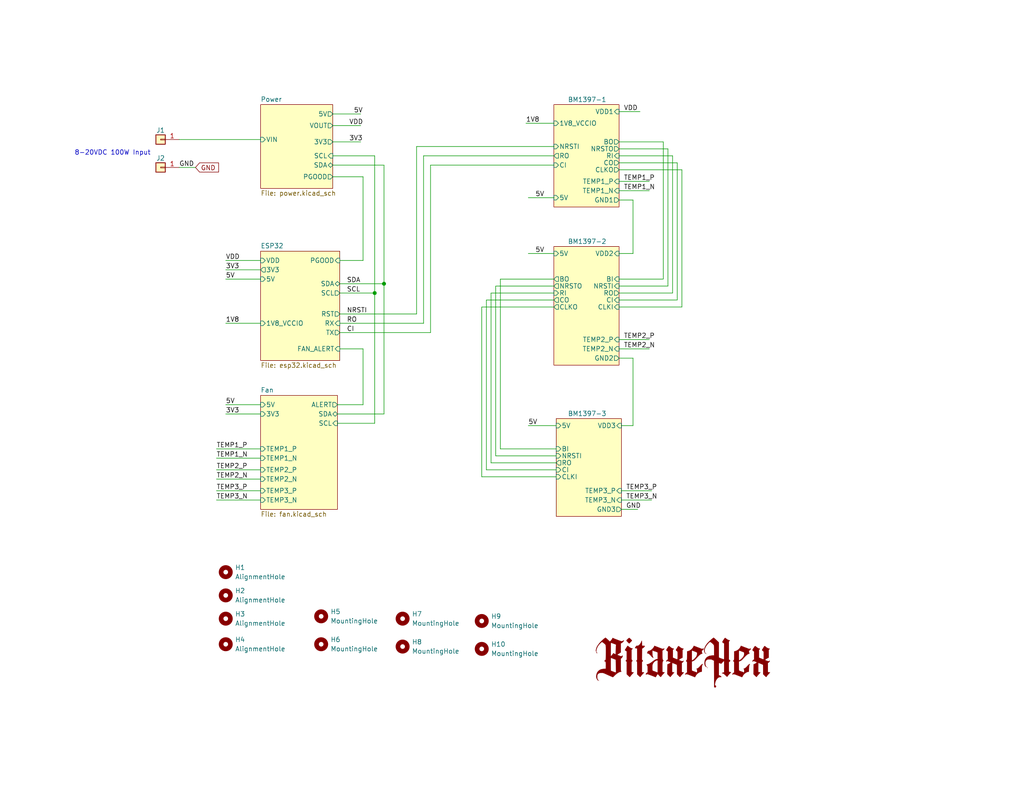
<source format=kicad_sch>
(kicad_sch (version 20230121) (generator eeschema)
  (paper "A")
  (title_block (title "bitaxeHex") (date "2023-06-11") (rev "1"))
  (lib_symbols
    (symbol "Bitaxe:LOGO" (pin_names (offset 1.016)))
    (symbol "Connector_Generic:Conn_01x01" (pin_names (offset 1.016) hide)
      (property "Reference" "J" (at 0 2.54 0))
      (property "Value" "Conn_01x01" (at 0 -2.54 0))
      (symbol "Conn_01x01_1_1"
        (pin passive line (at -5.08 0 0) (length 3.81) (name "Pin_1") (number "1"))
      )
    )
    (symbol "Mechanical:MountingHole" (pin_names (offset 1.016))
      (property "Reference" "H" (at 0 5.08 0))
      (property "Value" "MountingHole" (at 0 3.175 0))
    )
  )
  (junction (at 102.235 80.01))
  (junction (at 104.775 77.47))
  (wire (pts (xy 115.57 42.545) (xy 151.13 42.545)))
  (wire (pts (xy 136.525 122.555) (xy 136.525 76.2)))
  (wire (pts (xy 184.785 44.45) (xy 184.785 81.915)))
  (wire (pts (xy 59.055 128.27) (xy 71.12 128.27)))
  (wire (pts (xy 151.13 78.105) (xy 135.255 78.105)))
  (wire (pts (xy 115.57 42.545) (xy 115.57 88.265)))
  (wire (pts (xy 61.595 71.12) (xy 71.12 71.12)))
  (wire (pts (xy 61.595 88.265) (xy 71.12 88.265)))
  (wire (pts (xy 92.71 80.01) (xy 102.235 80.01)))
  (wire (pts (xy 117.475 45.085) (xy 151.13 45.085)))
  (wire (pts (xy 168.91 46.355) (xy 186.055 46.355)))
  (wire (pts (xy 104.775 45.085) (xy 104.775 77.47)))
  (wire (pts (xy 172.72 69.215) (xy 168.91 69.215)))
  (wire (pts (xy 59.055 136.525) (xy 71.12 136.525)))
  (wire (pts (xy 144.145 116.205) (xy 151.765 116.205)))
  (wire (pts (xy 144.145 69.215) (xy 151.13 69.215)))
  (wire (pts (xy 151.765 122.555) (xy 136.525 122.555)))
  (wire (pts (xy 117.475 90.805) (xy 92.71 90.805)))
  (wire (pts (xy 99.06 95.25) (xy 92.71 95.25)))
  (wire (pts (xy 90.805 31.115) (xy 98.425 31.115)))
  (wire (pts (xy 168.91 42.545) (xy 183.515 42.545)))
  (wire (pts (xy 48.895 45.72) (xy 53.34 45.72)))
  (wire (pts (xy 102.235 42.545) (xy 90.805 42.545)))
  (wire (pts (xy 59.055 133.985) (xy 71.12 133.985)))
  (wire (pts (xy 183.515 42.545) (xy 183.515 80.01)))
  (wire (pts (xy 143.51 33.655) (xy 151.13 33.655)))
  (wire (pts (xy 144.145 53.975) (xy 151.13 53.975)))
  (wire (pts (xy 61.595 113.03) (xy 71.12 113.03)))
  (wire (pts (xy 168.91 49.53) (xy 177.165 49.53)))
  (wire (pts (xy 168.91 54.61) (xy 172.72 54.61)))
  (wire (pts (xy 168.91 97.79) (xy 172.72 97.79)))
  (wire (pts (xy 117.475 45.085) (xy 117.475 90.805)))
  (wire (pts (xy 104.775 45.085) (xy 90.805 45.085)))
  (wire (pts (xy 151.13 83.82) (xy 131.445 83.82)))
  (wire (pts (xy 99.06 48.26) (xy 99.06 71.12)))
  (wire (pts (xy 131.445 83.82) (xy 131.445 130.175)))
  (wire (pts (xy 168.91 95.25) (xy 177.165 95.25)))
  (wire (pts (xy 133.985 126.365) (xy 151.765 126.365)))
  (wire (pts (xy 133.985 80.01) (xy 151.13 80.01)))
  (wire (pts (xy 168.91 38.735) (xy 180.975 38.735)))
  (wire (pts (xy 168.91 92.71) (xy 177.165 92.71)))
  (wire (pts (xy 180.975 76.2) (xy 168.91 76.2)))
  (wire (pts (xy 113.665 40.005) (xy 151.13 40.005)))
  (wire (pts (xy 90.805 48.26) (xy 99.06 48.26)))
  (wire (pts (xy 99.06 71.12) (xy 92.71 71.12)))
  (wire (pts (xy 168.91 44.45) (xy 184.785 44.45)))
  (wire (pts (xy 168.91 30.48) (xy 174.625 30.48)))
  (wire (pts (xy 59.055 122.555) (xy 71.12 122.555)))
  (wire (pts (xy 131.445 130.175) (xy 151.765 130.175)))
  (wire (pts (xy 168.91 52.07) (xy 177.165 52.07)))
  (wire (pts (xy 186.055 46.355) (xy 186.055 83.82)))
  (wire (pts (xy 169.545 136.525) (xy 177.8 136.525)))
  (wire (pts (xy 186.055 83.82) (xy 168.91 83.82)))
  (wire (pts (xy 180.975 38.735) (xy 180.975 76.2)))
  (wire (pts (xy 169.545 139.065) (xy 173.99 139.065)))
  (wire (pts (xy 102.235 80.01) (xy 102.235 115.57)))
  (wire (pts (xy 169.545 133.985) (xy 177.8 133.985)))
  (wire (pts (xy 135.255 78.105) (xy 135.255 124.46)))
  (wire (pts (xy 182.245 40.64) (xy 168.91 40.64)))
  (wire (pts (xy 135.255 124.46) (xy 151.765 124.46)))
  (wire (pts (xy 92.71 77.47) (xy 104.775 77.47)))
  (wire (pts (xy 182.245 78.105) (xy 182.245 40.64)))
  (wire (pts (xy 132.715 128.27) (xy 132.715 81.915)))
  (wire (pts (xy 59.055 130.81) (xy 71.12 130.81)))
  (wire (pts (xy 61.595 73.66) (xy 71.12 73.66)))
  (wire (pts (xy 90.805 34.29) (xy 98.425 34.29)))
  (wire (pts (xy 133.985 80.01) (xy 133.985 126.365)))
  (wire (pts (xy 102.235 42.545) (xy 102.235 80.01)))
  (wire (pts (xy 183.515 80.01) (xy 168.91 80.01)))
  (wire (pts (xy 172.72 54.61) (xy 172.72 69.215)))
  (wire (pts (xy 59.055 125.095) (xy 71.12 125.095)))
  (wire (pts (xy 99.06 110.49) (xy 99.06 95.25)))
  (wire (pts (xy 132.715 81.915) (xy 151.13 81.915)))
  (wire (pts (xy 104.775 113.03) (xy 104.775 77.47)))
  (wire (pts (xy 115.57 88.265) (xy 92.71 88.265)))
  (wire (pts (xy 151.765 128.27) (xy 132.715 128.27)))
  (wire (pts (xy 172.72 116.205) (xy 169.545 116.205)))
  (wire (pts (xy 61.595 110.49) (xy 71.12 110.49)))
  (wire (pts (xy 172.72 97.79) (xy 172.72 116.205)))
  (wire (pts (xy 113.665 85.725) (xy 92.71 85.725)))
  (wire (pts (xy 184.785 81.915) (xy 168.91 81.915)))
  (wire (pts (xy 136.525 76.2) (xy 151.13 76.2)))
  (wire (pts (xy 61.595 76.2) (xy 71.12 76.2)))
  (wire (pts (xy 92.075 110.49) (xy 99.06 110.49)))
  (wire (pts (xy 92.075 115.57) (xy 102.235 115.57)))
  (wire (pts (xy 168.91 78.105) (xy 182.245 78.105)))
  (wire (pts (xy 90.805 38.735) (xy 98.425 38.735)))
  (wire (pts (xy 113.665 40.005) (xy 113.665 85.725)))
  (wire (pts (xy 92.075 113.03) (xy 104.775 113.03)))
  (wire (pts (xy 48.895 38.1) (xy 71.12 38.1)))
  (text "8-20VDC 100W Input" (at 20.32 42.545 0) (effects (font (size 1.27 1.27)) (justify left bottom)))
  (label "TEMP3_P" (at 59.055 133.985 0))
  (label "5V" (at 146.05 53.975 0))
  (label "VDD" (at 61.595 71.12 0))
  (label "TEMP3_N" (at 59.055 136.525 0))
  (label "TEMP1_P" (at 170.18 49.53 0))
  (label "1V8" (at 61.595 88.265 0))
  (label "TEMP2_N" (at 59.055 130.81 0))
  (label "5V" (at 96.52 31.115 0))
  (label "5V" (at 146.05 69.215 0))
  (label "5V" (at 61.595 110.49 0))
  (label "TEMP2_P" (at 59.055 128.27 0))
  (label "GND" (at 170.815 139.065 0))
  (label "SDA" (at 94.615 77.47 0))
  (label "TEMP2_P" (at 170.18 92.71 0))
  (label "TEMP3_P" (at 170.815 133.985 0))
  (label "CI" (at 94.615 90.805 0))
  (label "VDD" (at 170.18 30.48 0))
  (label "NRSTI" (at 94.615 85.725 0))
  (label "TEMP2_N" (at 170.18 95.25 0))
  (label "3V3" (at 95.25 38.735 0))
  (label "3V3" (at 61.595 73.66 0))
  (label "TEMP1_N" (at 170.18 52.07 0))
  (label "SCL" (at 94.615 80.01 0))
  (label "5V" (at 61.595 76.2 0))
  (label "1V8" (at 143.51 33.655 0))
  (label "3V3" (at 61.595 113.03 0))
  (label "5V" (at 144.145 116.205 0))
  (label "GND" (at 48.895 45.72 0))
  (label "TEMP1_N" (at 59.055 125.095 0))
  (label "RO" (at 94.615 88.265 0))
  (label "TEMP1_P" (at 59.055 122.555 0))
  (label "VDD" (at 95.25 34.29 0))
  (label "TEMP3_N" (at 170.815 136.525 0))
  (global_label "GND" (shape input) (at 53.34 45.72 0) (property "Intersheetrefs" "${INTERSHEET_REFS}" (effects hide)))
  (symbol (lib_id "Connector_Generic:Conn_01x01") (at 43.815 38.1 180) (unit 1)
    (property "Reference" "J1" (at 43.815 35.56 0))
    (property "Value" "Conn_01x01" (effects hide))
    (property "Footprint" "TPS40305_supply:63862-1" (effects hide))
    (property "Datasheet" "https://www.te.com/commerce/DocumentDelivery/DDEController?Action=srchrtrv&DocNm=63862&DocType=Customer+Drawing&DocLang=English" (effects hide))
    (property "DK" "A100886CT-ND" (effects hide))
    (property "PARTNO" "63862-1" (effects hide))
  )
  (symbol (lib_id "Mechanical:MountingHole") (at 61.595 168.91 0) (unit 1) (in_bom no)
    (property "Reference" "H3" (at 64.135 167.6399 0) (effects (justify left)))
    (property "Value" "AlignmentHole" (at 64.135 170.1799 0) (effects (justify left)))
    (property "Footprint" "MountingHole:MountingHole_2.2mm_M2" (effects hide))
    (property "PARTNO" "https://www.amazon.com/dp/B07MDFS1YS" (effects hide))
  )
  (symbol (lib_id "Mechanical:MountingHole") (at 109.855 168.91 0) (unit 1) (in_bom no)
    (property "Reference" "H7" (at 112.395 167.6399 0) (effects (justify left)))
    (property "Value" "MountingHole" (at 112.395 170.1799 0) (effects (justify left)))
    (property "Footprint" "MountingHole:MountingHole_3.5mm" (effects hide))
  )
  (symbol (lib_id "Mechanical:MountingHole") (at 131.445 177.165 0) (unit 1) (in_bom no)
    (property "Reference" "H10" (at 133.985 175.8949 0) (effects (justify left)))
    (property "Value" "MountingHole" (at 133.985 178.4349 0) (effects (justify left)))
    (property "Footprint" "MountingHole:MountingHole_3.5mm" (effects hide))
  )
  (symbol (lib_id "Mechanical:MountingHole") (at 109.855 176.53 0) (unit 1) (in_bom no)
    (property "Reference" "H8" (at 112.395 175.2599 0) (effects (justify left)))
    (property "Value" "MountingHole" (at 112.395 177.7999 0) (effects (justify left)))
    (property "Footprint" "MountingHole:MountingHole_3.5mm" (effects hide))
  )
  (symbol (lib_id "Bitaxe:LOGO") (at 186.055 180.975 0) (unit 1)
    (property "Reference" "#G1" (effects hide))
    (property "Value" "LOGO" (effects hide))
  )
  (symbol (lib_id "Mechanical:MountingHole") (at 61.595 162.56 0) (unit 1) (in_bom no)
    (property "Reference" "H2" (at 64.135 161.2899 0) (effects (justify left)))
    (property "Value" "AlignmentHole" (at 64.135 163.8299 0) (effects (justify left)))
    (property "Footprint" "MountingHole:MountingHole_2.2mm_M2" (effects hide))
    (property "PARTNO" "https://www.amazon.com/dp/B07MDFS1YS" (effects hide))
  )
  (symbol (lib_id "Connector_Generic:Conn_01x01") (at 43.815 45.72 180) (unit 1)
    (property "Reference" "J2" (at 43.815 43.18 0))
    (property "Value" "Conn_01x01" (effects hide))
    (property "Footprint" "TPS40305_supply:63862-1" (effects hide))
    (property "Datasheet" "https://www.te.com/commerce/DocumentDelivery/DDEController?Action=srchrtrv&DocNm=63862&DocType=Customer+Drawing&DocLang=English" (effects hide))
    (property "DK" "A100886CT-ND" (effects hide))
    (property "PARTNO" "63862-1" (effects hide))
  )
  (symbol (lib_id "Mechanical:MountingHole") (at 61.595 156.21 0) (unit 1) (in_bom no)
    (property "Reference" "H1" (at 64.135 154.9399 0) (effects (justify left)))
    (property "Value" "AlignmentHole" (at 64.135 157.4799 0) (effects (justify left)))
    (property "Footprint" "MountingHole:MountingHole_2.2mm_M2" (effects hide))
    (property "PARTNO" "https://www.amazon.com/dp/B07MDFS1YS" (effects hide))
  )
  (symbol (lib_id "Mechanical:MountingHole") (at 87.63 175.895 0) (unit 1) (in_bom no)
    (property "Reference" "H6" (at 90.17 174.6249 0) (effects (justify left)))
    (property "Value" "MountingHole" (at 90.17 177.1649 0) (effects (justify left)))
    (property "Footprint" "MountingHole:MountingHole_3.5mm" (effects hide))
  )
  (symbol (lib_id "Mechanical:MountingHole") (at 87.63 168.275 0) (unit 1) (in_bom no)
    (property "Reference" "H5" (at 90.17 167.0049 0) (effects (justify left)))
    (property "Value" "MountingHole" (at 90.17 169.5449 0) (effects (justify left)))
    (property "Footprint" "MountingHole:MountingHole_3.5mm" (effects hide))
  )
  (symbol (lib_id "Mechanical:MountingHole") (at 131.445 169.545 0) (unit 1) (in_bom no)
    (property "Reference" "H9" (at 133.985 168.2749 0) (effects (justify left)))
    (property "Value" "MountingHole" (at 133.985 170.8149 0) (effects (justify left)))
    (property "Footprint" "MountingHole:MountingHole_3.5mm" (effects hide))
  )
  (symbol (lib_id "Mechanical:MountingHole") (at 61.595 175.895 0) (unit 1) (in_bom no)
    (property "Reference" "H4" (at 64.135 174.6249 0) (effects (justify left)))
    (property "Value" "AlignmentHole" (at 64.135 177.1649 0) (effects (justify left)))
    (property "Footprint" "MountingHole:MountingHole_2.2mm_M2" (effects hide))
    (property "PARTNO" "https://www.amazon.com/dp/B07MDFS1YS" (effects hide))
  )
  (sheet (at 151.13 28.575) (size 17.78 27.94) (stroke (width 0.1524)) (fill (color 255 255 194 1.0000))
    (property "Sheetname" "BM1397-1" (at 154.94 27.94 0) (effects (justify left bottom)))
    (property "Sheetfile" "bm1397-1.kicad_sch" (effects hide))
    (pin "BO" output (at 168.91 38.735 0))
    (pin "NRSTO" output (at 168.91 40.64 0))
    (pin "RI" input (at 168.91 42.545 0))
    (pin "CO" output (at 168.91 44.45 0))
    (pin "CLKO" output (at 168.91 46.355 0))
    (pin "CI" input (at 151.13 45.085 180))
    (pin "RO" output (at 151.13 42.545 180))
    (pin "NRSTI" input (at 151.13 40.005 180))
    (pin "5V" input (at 151.13 53.975 180))
    (pin "VDD1" input (at 168.91 30.48 0))
    (pin "GND1" output (at 168.91 54.61 0))
    (pin "TEMP1_N" input (at 168.91 52.07 0))
    (pin "TEMP1_P" input (at 168.91 49.53 0))
    (pin "1V8_VCCIO" input (at 151.13 33.655 180))
  )
  (sheet (at 151.13 67.31) (size 17.78 32.385) (stroke (width 0.1524)) (fill (color 255 255 194 1.0000))
    (property "Sheetname" "BM1397-2" (at 154.94 66.675 0) (effects (justify left bottom)))
    (property "Sheetfile" "bm1397-2.kicad_sch" (effects hide))
    (pin "BI" input (at 168.91 76.2 0))
    (pin "CLKI" input (at 168.91 83.82 0))
    (pin "CI" input (at 168.91 81.915 0))
    (pin "RO" output (at 168.91 80.01 0))
    (pin "NRSTI" input (at 168.91 78.105 0))
    (pin "VDD2" input (at 168.91 69.215 0))
    (pin "CLKO" output (at 151.13 83.82 180))
    (pin "CO" output (at 151.13 81.915 180))
    (pin "BO" output (at 151.13 76.2 180))
    (pin "NRSTO" output (at 151.13 78.105 180))
    (pin "RI" input (at 151.13 80.01 180))
    (pin "GND2" output (at 168.91 97.79 0))
    (pin "5V" input (at 151.13 69.215 180))
    (pin "TEMP2_N" input (at 168.91 95.25 0))
    (pin "TEMP2_P" input (at 168.91 92.71 0))
  )
  (sheet (at 71.12 107.95) (size 20.955 31.115) (stroke (width 0.1524)) (fill (color 255 255 194 1.0000))
    (property "Sheetname" "Fan" (at 71.12 107.2384 0) (effects (justify left bottom)))
    (property "Sheetfile" "fan.kicad_sch" (at 71.12 139.6496 0) (effects (justify left top)))
    (pin "SDA" bidirectional (at 92.075 113.03 0))
    (pin "SCL" input (at 92.075 115.57 0))
    (pin "5V" input (at 71.12 110.49 180))
    (pin "3V3" input (at 71.12 113.03 180))
    (pin "ALERT" output (at 92.075 110.49 0))
    (pin "TEMP2_P" input (at 71.12 128.27 180))
    (pin "TEMP2_N" input (at 71.12 130.81 180))
    (pin "TEMP1_P" input (at 71.12 122.555 180))
    (pin "TEMP1_N" input (at 71.12 125.095 180))
    (pin "TEMP3_P" input (at 71.12 133.985 180))
    (pin "TEMP3_N" input (at 71.12 136.525 180))
  )
  (sheet (at 71.12 28.575) (size 19.685 22.86) (stroke (width 0.1524)) (fill (color 255 255 194 1.0000))
    (property "Sheetname" "Power" (at 71.12 27.8634 0) (effects (justify left bottom)))
    (property "Sheetfile" "power.kicad_sch" (at 71.12 52.0196 0) (effects (justify left top)))
    (pin "VOUT" output (at 90.805 34.29 0))
    (pin "VIN" input (at 71.12 38.1 180))
    (pin "SCL" input (at 90.805 42.545 0))
    (pin "SDA" bidirectional (at 90.805 45.085 0))
    (pin "5V" output (at 90.805 31.115 0))
    (pin "3V3" output (at 90.805 38.735 0))
    (pin "PGOOD" output (at 90.805 48.26 0))
  )
  (sheet (at 71.12 68.58) (size 21.59 29.845) (stroke (width 0.1524)) (fill (color 255 255 194 1.0000))
    (property "Sheetname" "ESP32" (at 71.12 67.8684 0) (effects (justify left bottom)))
    (property "Sheetfile" "esp32.kicad_sch" (at 71.12 99.0096 0) (effects (justify left top)))
    (pin "SDA" bidirectional (at 92.71 77.47 0))
    (pin "SCL" output (at 92.71 80.01 0))
    (pin "RX" input (at 92.71 88.265 0))
    (pin "TX" output (at 92.71 90.805 0))
    (pin "RST" output (at 92.71 85.725 0))
    (pin "5V" input (at 71.12 76.2 180))
    (pin "3V3" output (at 71.12 73.66 180))
    (pin "PGOOD" input (at 92.71 71.12 0))
    (pin "VDD" input (at 71.12 71.12 180))
    (pin "FAN_ALERT" input (at 92.71 95.25 0))
    (pin "1V8_VCCIO" input (at 71.12 88.265 180))
  )
  (sheet (at 151.765 114.3) (size 17.78 26.67) (stroke (width 0.1524)) (fill (color 255 255 194 1.0000))
    (property "Sheetname" "BM1397-3" (at 154.94 113.665 0) (effects (justify left bottom)))
    (property "Sheetfile" "bm1397-3.kicad_sch" (effects hide))
    (pin "5V" input (at 151.765 116.205 180))
    (pin "BI" input (at 151.765 122.555 180))
    (pin "NRSTI" input (at 151.765 124.46 180))
    (pin "RO" output (at 151.765 126.365 180))
    (pin "CI" input (at 151.765 128.27 180))
    (pin "CLKI" input (at 151.765 130.175 180))
    (pin "VDD3" input (at 169.545 116.205 0))
    (pin "GND3" output (at 169.545 139.065 0))
    (pin "TEMP3_P" input (at 169.545 133.985 0))
    (pin "TEMP3_N" input (at 169.545 136.525 0))
  )
)
</source>
